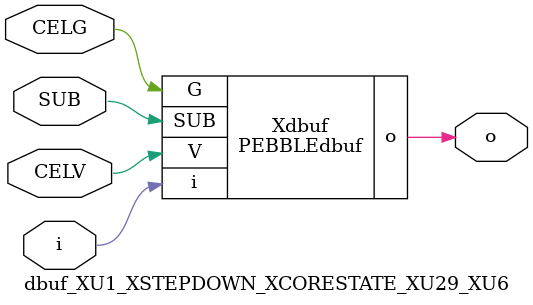
<source format=v>



module PEBBLEdbuf ( o, G, SUB, V, i );

  input V;
  input i;
  input G;
  output o;
  input SUB;
endmodule

//Celera Confidential Do Not Copy dbuf_XU1_XSTEPDOWN_XCORESTATE_XU29_XU6
//Celera Confidential Symbol Generator
//Digital Buffer
module dbuf_XU1_XSTEPDOWN_XCORESTATE_XU29_XU6 (CELV,CELG,i,o,SUB);
input CELV;
input CELG;
input i;
input SUB;
output o;

//Celera Confidential Do Not Copy dbuf
PEBBLEdbuf Xdbuf(
.V (CELV),
.i (i),
.o (o),
.SUB (SUB),
.G (CELG)
);
//,diesize,PEBBLEdbuf

//Celera Confidential Do Not Copy Module End
//Celera Schematic Generator
endmodule

</source>
